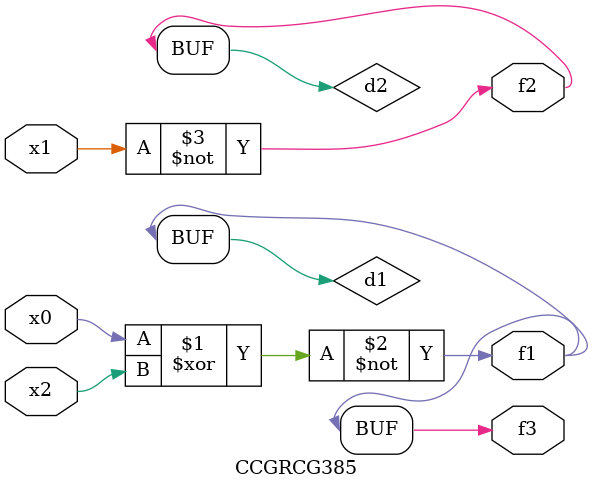
<source format=v>
module CCGRCG385(
	input x0, x1, x2,
	output f1, f2, f3
);

	wire d1, d2, d3;

	xnor (d1, x0, x2);
	nand (d2, x1);
	nor (d3, x1, x2);
	assign f1 = d1;
	assign f2 = d2;
	assign f3 = d1;
endmodule

</source>
